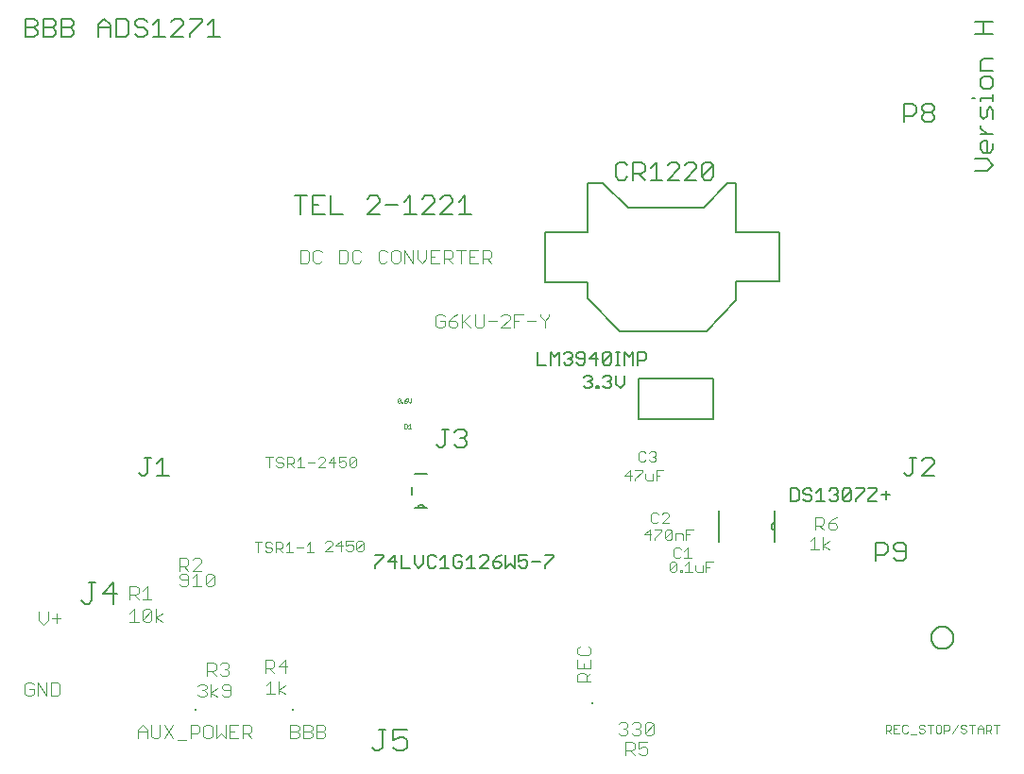
<source format=gto>
G75*
%MOIN*%
%OFA0B0*%
%FSLAX25Y25*%
%IPPOS*%
%LPD*%
%AMOC8*
5,1,8,0,0,1.08239X$1,22.5*
%
%ADD10C,0.00600*%
%ADD11C,0.00400*%
%ADD12C,0.00500*%
%ADD13C,0.00300*%
%ADD14R,0.00787X0.00787*%
%ADD15C,0.00800*%
%ADD16C,0.00100*%
D10*
X0063168Y0119600D02*
X0064235Y0119600D01*
X0065303Y0120668D01*
X0065303Y0126005D01*
X0066370Y0126005D02*
X0064235Y0126005D01*
X0068545Y0123870D02*
X0070681Y0126005D01*
X0070681Y0119600D01*
X0072816Y0119600D02*
X0068545Y0119600D01*
X0063168Y0119600D02*
X0062100Y0120668D01*
X0158500Y0115600D02*
X0158500Y0113000D01*
X0159600Y0108200D02*
X0160600Y0108200D01*
X0163000Y0108200D01*
X0164000Y0108200D01*
X0163000Y0108200D02*
X0162998Y0108269D01*
X0162992Y0108337D01*
X0162982Y0108405D01*
X0162969Y0108472D01*
X0162951Y0108538D01*
X0162930Y0108603D01*
X0162905Y0108667D01*
X0162877Y0108729D01*
X0162845Y0108790D01*
X0162810Y0108849D01*
X0162771Y0108905D01*
X0162729Y0108960D01*
X0162684Y0109011D01*
X0162636Y0109061D01*
X0162586Y0109107D01*
X0162533Y0109150D01*
X0162477Y0109191D01*
X0162420Y0109228D01*
X0162360Y0109261D01*
X0162298Y0109292D01*
X0162235Y0109318D01*
X0162171Y0109341D01*
X0162105Y0109361D01*
X0162038Y0109376D01*
X0161971Y0109388D01*
X0161903Y0109396D01*
X0161834Y0109400D01*
X0161766Y0109400D01*
X0161697Y0109396D01*
X0161629Y0109388D01*
X0161562Y0109376D01*
X0161495Y0109361D01*
X0161429Y0109341D01*
X0161365Y0109318D01*
X0161302Y0109292D01*
X0161240Y0109261D01*
X0161180Y0109228D01*
X0161123Y0109191D01*
X0161067Y0109150D01*
X0161014Y0109107D01*
X0160964Y0109061D01*
X0160916Y0109011D01*
X0160871Y0108960D01*
X0160829Y0108905D01*
X0160790Y0108849D01*
X0160755Y0108790D01*
X0160723Y0108729D01*
X0160695Y0108667D01*
X0160670Y0108603D01*
X0160649Y0108538D01*
X0160631Y0108472D01*
X0160618Y0108405D01*
X0160608Y0108337D01*
X0160602Y0108269D01*
X0160600Y0108200D01*
X0159600Y0120400D02*
X0164000Y0120400D01*
X0168168Y0129600D02*
X0169235Y0129600D01*
X0170303Y0130668D01*
X0170303Y0136005D01*
X0171370Y0136005D02*
X0169235Y0136005D01*
X0173545Y0134938D02*
X0174613Y0136005D01*
X0176748Y0136005D01*
X0177816Y0134938D01*
X0177816Y0133870D01*
X0176748Y0132803D01*
X0177816Y0131735D01*
X0177816Y0130668D01*
X0176748Y0129600D01*
X0174613Y0129600D01*
X0173545Y0130668D01*
X0175681Y0132803D02*
X0176748Y0132803D01*
X0168168Y0129600D02*
X0167100Y0130668D01*
X0238600Y0139500D02*
X0265000Y0139500D01*
X0265000Y0154100D01*
X0238600Y0154100D01*
X0238600Y0139500D01*
X0267000Y0107300D02*
X0267000Y0096300D01*
X0286600Y0096300D02*
X0286600Y0100600D01*
X0286600Y0103000D01*
X0286600Y0107300D01*
X0286600Y0103000D02*
X0286531Y0102998D01*
X0286463Y0102992D01*
X0286395Y0102982D01*
X0286328Y0102969D01*
X0286262Y0102951D01*
X0286197Y0102930D01*
X0286133Y0102905D01*
X0286071Y0102877D01*
X0286010Y0102845D01*
X0285951Y0102810D01*
X0285895Y0102771D01*
X0285840Y0102729D01*
X0285789Y0102684D01*
X0285739Y0102636D01*
X0285693Y0102586D01*
X0285650Y0102533D01*
X0285609Y0102477D01*
X0285572Y0102420D01*
X0285539Y0102360D01*
X0285508Y0102298D01*
X0285482Y0102235D01*
X0285459Y0102171D01*
X0285439Y0102105D01*
X0285424Y0102038D01*
X0285412Y0101971D01*
X0285404Y0101903D01*
X0285400Y0101834D01*
X0285400Y0101766D01*
X0285404Y0101697D01*
X0285412Y0101629D01*
X0285424Y0101562D01*
X0285439Y0101495D01*
X0285459Y0101429D01*
X0285482Y0101365D01*
X0285508Y0101302D01*
X0285539Y0101240D01*
X0285572Y0101180D01*
X0285609Y0101123D01*
X0285650Y0101067D01*
X0285693Y0101014D01*
X0285739Y0100964D01*
X0285789Y0100916D01*
X0285840Y0100871D01*
X0285895Y0100829D01*
X0285951Y0100790D01*
X0286010Y0100755D01*
X0286071Y0100723D01*
X0286133Y0100695D01*
X0286197Y0100670D01*
X0286262Y0100649D01*
X0286328Y0100631D01*
X0286395Y0100618D01*
X0286463Y0100608D01*
X0286531Y0100602D01*
X0286600Y0100600D01*
X0322100Y0096005D02*
X0322100Y0089600D01*
X0322100Y0091735D02*
X0325303Y0091735D01*
X0326370Y0092803D01*
X0326370Y0094938D01*
X0325303Y0096005D01*
X0322100Y0096005D01*
X0328545Y0094938D02*
X0328545Y0093870D01*
X0329613Y0092803D01*
X0332816Y0092803D01*
X0332816Y0094938D02*
X0331748Y0096005D01*
X0329613Y0096005D01*
X0328545Y0094938D01*
X0328545Y0090668D02*
X0329613Y0089600D01*
X0331748Y0089600D01*
X0332816Y0090668D01*
X0332816Y0094938D01*
X0333168Y0119600D02*
X0334235Y0119600D01*
X0335303Y0120668D01*
X0335303Y0126005D01*
X0336370Y0126005D02*
X0334235Y0126005D01*
X0338545Y0124938D02*
X0339613Y0126005D01*
X0341748Y0126005D01*
X0342816Y0124938D01*
X0342816Y0123870D01*
X0338545Y0119600D01*
X0342816Y0119600D01*
X0333168Y0119600D02*
X0332100Y0120668D01*
X0357095Y0227313D02*
X0361365Y0227313D01*
X0363500Y0229448D01*
X0361365Y0231583D01*
X0357095Y0231583D01*
X0360297Y0233759D02*
X0359230Y0234826D01*
X0359230Y0236961D01*
X0360297Y0238029D01*
X0361365Y0238029D01*
X0361365Y0233759D01*
X0362432Y0233759D02*
X0360297Y0233759D01*
X0362432Y0233759D02*
X0363500Y0234826D01*
X0363500Y0236961D01*
X0363500Y0240204D02*
X0359230Y0240204D01*
X0361365Y0240204D02*
X0359230Y0242339D01*
X0359230Y0243407D01*
X0360297Y0245575D02*
X0359230Y0246643D01*
X0359230Y0249846D01*
X0359230Y0252021D02*
X0359230Y0253088D01*
X0363500Y0253088D01*
X0363500Y0252021D02*
X0363500Y0254156D01*
X0362432Y0256318D02*
X0360297Y0256318D01*
X0359230Y0257385D01*
X0359230Y0259521D01*
X0360297Y0260588D01*
X0362432Y0260588D01*
X0363500Y0259521D01*
X0363500Y0257385D01*
X0362432Y0256318D01*
X0357095Y0253088D02*
X0356027Y0253088D01*
X0361365Y0248778D02*
X0361365Y0246643D01*
X0360297Y0245575D01*
X0363500Y0245575D02*
X0363500Y0248778D01*
X0362432Y0249846D01*
X0361365Y0248778D01*
X0342816Y0248870D02*
X0341748Y0247803D01*
X0339613Y0247803D01*
X0338545Y0248870D01*
X0338545Y0249938D01*
X0339613Y0251005D01*
X0341748Y0251005D01*
X0342816Y0249938D01*
X0342816Y0248870D01*
X0341748Y0247803D02*
X0342816Y0246735D01*
X0342816Y0245668D01*
X0341748Y0244600D01*
X0339613Y0244600D01*
X0338545Y0245668D01*
X0338545Y0246735D01*
X0339613Y0247803D01*
X0336370Y0247803D02*
X0335303Y0246735D01*
X0332100Y0246735D01*
X0332100Y0244600D02*
X0332100Y0251005D01*
X0335303Y0251005D01*
X0336370Y0249938D01*
X0336370Y0247803D01*
X0359230Y0262763D02*
X0359230Y0265966D01*
X0360297Y0267034D01*
X0363500Y0267034D01*
X0363500Y0262763D02*
X0359230Y0262763D01*
X0360297Y0275654D02*
X0360297Y0279925D01*
X0357095Y0279925D02*
X0363500Y0279925D01*
X0363500Y0275654D02*
X0357095Y0275654D01*
X0179380Y0212100D02*
X0175109Y0212100D01*
X0177245Y0212100D02*
X0177245Y0218505D01*
X0175109Y0216370D01*
X0172934Y0216370D02*
X0172934Y0217438D01*
X0171867Y0218505D01*
X0169732Y0218505D01*
X0168664Y0217438D01*
X0166489Y0217438D02*
X0165421Y0218505D01*
X0163286Y0218505D01*
X0162218Y0217438D01*
X0166489Y0217438D02*
X0166489Y0216370D01*
X0162218Y0212100D01*
X0166489Y0212100D01*
X0168664Y0212100D02*
X0172934Y0216370D01*
X0172934Y0212100D02*
X0168664Y0212100D01*
X0160043Y0212100D02*
X0155773Y0212100D01*
X0157908Y0212100D02*
X0157908Y0218505D01*
X0155773Y0216370D01*
X0153598Y0215303D02*
X0149327Y0215303D01*
X0147152Y0216370D02*
X0147152Y0217438D01*
X0146085Y0218505D01*
X0143950Y0218505D01*
X0142882Y0217438D01*
X0147152Y0216370D02*
X0142882Y0212100D01*
X0147152Y0212100D01*
X0134261Y0212100D02*
X0129991Y0212100D01*
X0129991Y0218505D01*
X0127816Y0218505D02*
X0123545Y0218505D01*
X0123545Y0212100D01*
X0127816Y0212100D01*
X0125681Y0215303D02*
X0123545Y0215303D01*
X0121370Y0218505D02*
X0117100Y0218505D01*
X0119235Y0218505D02*
X0119235Y0212100D01*
X0090825Y0274600D02*
X0086555Y0274600D01*
X0088690Y0274600D02*
X0088690Y0281005D01*
X0086555Y0278870D01*
X0084380Y0279938D02*
X0084380Y0281005D01*
X0080109Y0281005D01*
X0077934Y0279938D02*
X0076867Y0281005D01*
X0074732Y0281005D01*
X0073664Y0279938D01*
X0069354Y0281005D02*
X0069354Y0274600D01*
X0071489Y0274600D02*
X0067218Y0274600D01*
X0065043Y0275668D02*
X0063976Y0274600D01*
X0061841Y0274600D01*
X0060773Y0275668D01*
X0058598Y0275668D02*
X0058598Y0279938D01*
X0057530Y0281005D01*
X0054327Y0281005D01*
X0054327Y0274600D01*
X0057530Y0274600D01*
X0058598Y0275668D01*
X0060773Y0278870D02*
X0061841Y0277803D01*
X0063976Y0277803D01*
X0065043Y0276735D01*
X0065043Y0275668D01*
X0067218Y0278870D02*
X0069354Y0281005D01*
X0065043Y0279938D02*
X0063976Y0281005D01*
X0061841Y0281005D01*
X0060773Y0279938D01*
X0060773Y0278870D01*
X0052152Y0278870D02*
X0052152Y0274600D01*
X0047882Y0274600D02*
X0047882Y0278870D01*
X0050017Y0281005D01*
X0052152Y0278870D01*
X0052152Y0277803D02*
X0047882Y0277803D01*
X0039261Y0278870D02*
X0038194Y0277803D01*
X0034991Y0277803D01*
X0032816Y0278870D02*
X0031748Y0277803D01*
X0028545Y0277803D01*
X0026370Y0278870D02*
X0025303Y0277803D01*
X0022100Y0277803D01*
X0022100Y0281005D02*
X0025303Y0281005D01*
X0026370Y0279938D01*
X0026370Y0278870D01*
X0025303Y0277803D02*
X0026370Y0276735D01*
X0026370Y0275668D01*
X0025303Y0274600D01*
X0022100Y0274600D01*
X0022100Y0281005D01*
X0028545Y0281005D02*
X0031748Y0281005D01*
X0032816Y0279938D01*
X0032816Y0278870D01*
X0031748Y0277803D02*
X0032816Y0276735D01*
X0032816Y0275668D01*
X0031748Y0274600D01*
X0028545Y0274600D01*
X0028545Y0281005D01*
X0034991Y0281005D02*
X0038194Y0281005D01*
X0039261Y0279938D01*
X0039261Y0278870D01*
X0038194Y0277803D02*
X0039261Y0276735D01*
X0039261Y0275668D01*
X0038194Y0274600D01*
X0034991Y0274600D01*
X0034991Y0281005D01*
X0073664Y0274600D02*
X0077934Y0278870D01*
X0077934Y0279938D01*
X0080109Y0275668D02*
X0080109Y0274600D01*
X0080109Y0275668D02*
X0084380Y0279938D01*
X0077934Y0274600D02*
X0073664Y0274600D01*
D11*
X0024302Y0042000D02*
X0022767Y0042000D01*
X0022000Y0042767D01*
X0022000Y0045837D01*
X0022767Y0046604D01*
X0024302Y0046604D01*
X0025069Y0045837D01*
X0025069Y0044302D02*
X0023535Y0044302D01*
X0025069Y0044302D02*
X0025069Y0042767D01*
X0024302Y0042000D01*
X0026604Y0042000D02*
X0026604Y0046604D01*
X0029673Y0042000D01*
X0029673Y0046604D01*
X0031208Y0046604D02*
X0033510Y0046604D01*
X0034277Y0045837D01*
X0034277Y0042767D01*
X0033510Y0042000D01*
X0031208Y0042000D01*
X0031208Y0046604D01*
X0028535Y0067000D02*
X0030069Y0068535D01*
X0030069Y0071604D01*
X0031604Y0069302D02*
X0034673Y0069302D01*
X0033139Y0070837D02*
X0033139Y0067767D01*
X0028535Y0067000D02*
X0027000Y0068535D01*
X0027000Y0071604D01*
X0059000Y0071069D02*
X0060535Y0072604D01*
X0060535Y0068000D01*
X0062069Y0068000D02*
X0059000Y0068000D01*
X0063604Y0068767D02*
X0063604Y0071837D01*
X0064371Y0072604D01*
X0065906Y0072604D01*
X0066673Y0071837D01*
X0063604Y0068767D01*
X0064371Y0068000D01*
X0065906Y0068000D01*
X0066673Y0068767D01*
X0066673Y0071837D01*
X0068208Y0072604D02*
X0068208Y0068000D01*
X0068208Y0069535D02*
X0070510Y0071069D01*
X0068208Y0069535D02*
X0070510Y0068000D01*
X0066673Y0076000D02*
X0063604Y0076000D01*
X0065139Y0076000D02*
X0065139Y0080604D01*
X0063604Y0079069D01*
X0062069Y0078302D02*
X0061302Y0077535D01*
X0059000Y0077535D01*
X0060535Y0077535D02*
X0062069Y0076000D01*
X0062069Y0078302D02*
X0062069Y0079837D01*
X0061302Y0080604D01*
X0059000Y0080604D01*
X0059000Y0076000D01*
X0076500Y0081267D02*
X0077267Y0080500D01*
X0078802Y0080500D01*
X0079569Y0081267D01*
X0079569Y0084337D01*
X0078802Y0085104D01*
X0077267Y0085104D01*
X0076500Y0084337D01*
X0076500Y0083569D01*
X0077267Y0082802D01*
X0079569Y0082802D01*
X0081104Y0083569D02*
X0082639Y0085104D01*
X0082639Y0080500D01*
X0084173Y0080500D02*
X0081104Y0080500D01*
X0081104Y0086000D02*
X0084173Y0089069D01*
X0084173Y0089837D01*
X0083406Y0090604D01*
X0081871Y0090604D01*
X0081104Y0089837D01*
X0079569Y0089837D02*
X0079569Y0088302D01*
X0078802Y0087535D01*
X0076500Y0087535D01*
X0078035Y0087535D02*
X0079569Y0086000D01*
X0081104Y0086000D02*
X0084173Y0086000D01*
X0085708Y0084337D02*
X0085708Y0081267D01*
X0088777Y0084337D01*
X0088777Y0081267D01*
X0088010Y0080500D01*
X0086475Y0080500D01*
X0085708Y0081267D01*
X0085708Y0084337D02*
X0086475Y0085104D01*
X0088010Y0085104D01*
X0088777Y0084337D01*
X0079569Y0089837D02*
X0078802Y0090604D01*
X0076500Y0090604D01*
X0076500Y0086000D01*
X0086292Y0053604D02*
X0088594Y0053604D01*
X0089361Y0052837D01*
X0089361Y0051302D01*
X0088594Y0050535D01*
X0086292Y0050535D01*
X0087827Y0050535D02*
X0089361Y0049000D01*
X0090896Y0049767D02*
X0091663Y0049000D01*
X0093198Y0049000D01*
X0093965Y0049767D01*
X0093965Y0050535D01*
X0093198Y0051302D01*
X0092431Y0051302D01*
X0093198Y0051302D02*
X0093965Y0052069D01*
X0093965Y0052837D01*
X0093198Y0053604D01*
X0091663Y0053604D01*
X0090896Y0052837D01*
X0086292Y0053604D02*
X0086292Y0049000D01*
X0085257Y0046104D02*
X0086025Y0045337D01*
X0086025Y0044569D01*
X0085257Y0043802D01*
X0086025Y0043035D01*
X0086025Y0042267D01*
X0085257Y0041500D01*
X0083723Y0041500D01*
X0082956Y0042267D01*
X0084490Y0043802D02*
X0085257Y0043802D01*
X0085257Y0046104D02*
X0083723Y0046104D01*
X0082956Y0045337D01*
X0087559Y0046104D02*
X0087559Y0041500D01*
X0087559Y0043035D02*
X0089861Y0044569D01*
X0091396Y0044569D02*
X0092163Y0043802D01*
X0094465Y0043802D01*
X0094465Y0045337D02*
X0093698Y0046104D01*
X0092163Y0046104D01*
X0091396Y0045337D01*
X0091396Y0044569D01*
X0091396Y0042267D02*
X0092163Y0041500D01*
X0093698Y0041500D01*
X0094465Y0042267D01*
X0094465Y0045337D01*
X0089861Y0041500D02*
X0087559Y0043035D01*
X0087322Y0031604D02*
X0088089Y0030837D01*
X0088089Y0027767D01*
X0087322Y0027000D01*
X0085787Y0027000D01*
X0085020Y0027767D01*
X0085020Y0030837D01*
X0085787Y0031604D01*
X0087322Y0031604D01*
X0089624Y0031604D02*
X0089624Y0027000D01*
X0091158Y0028535D01*
X0092693Y0027000D01*
X0092693Y0031604D01*
X0094227Y0031604D02*
X0094227Y0027000D01*
X0097297Y0027000D01*
X0098831Y0027000D02*
X0098831Y0031604D01*
X0101133Y0031604D01*
X0101901Y0030837D01*
X0101901Y0029302D01*
X0101133Y0028535D01*
X0098831Y0028535D01*
X0100366Y0028535D02*
X0101901Y0027000D01*
X0097297Y0031604D02*
X0094227Y0031604D01*
X0094227Y0029302D02*
X0095762Y0029302D01*
X0083485Y0029302D02*
X0082718Y0028535D01*
X0080416Y0028535D01*
X0080416Y0027000D02*
X0080416Y0031604D01*
X0082718Y0031604D01*
X0083485Y0030837D01*
X0083485Y0029302D01*
X0078881Y0026233D02*
X0075812Y0026233D01*
X0074277Y0027000D02*
X0071208Y0031604D01*
X0069673Y0031604D02*
X0069673Y0027767D01*
X0068906Y0027000D01*
X0067371Y0027000D01*
X0066604Y0027767D01*
X0066604Y0031604D01*
X0065069Y0030069D02*
X0065069Y0027000D01*
X0065069Y0029302D02*
X0062000Y0029302D01*
X0062000Y0030069D02*
X0063535Y0031604D01*
X0065069Y0030069D01*
X0062000Y0030069D02*
X0062000Y0027000D01*
X0071208Y0027000D02*
X0074277Y0031604D01*
X0107059Y0042500D02*
X0110129Y0042500D01*
X0111663Y0042500D02*
X0111663Y0047104D01*
X0113965Y0045569D02*
X0111663Y0044035D01*
X0113965Y0042500D01*
X0108594Y0042500D02*
X0108594Y0047104D01*
X0107059Y0045569D01*
X0106792Y0050000D02*
X0106792Y0054604D01*
X0109094Y0054604D01*
X0109861Y0053837D01*
X0109861Y0052302D01*
X0109094Y0051535D01*
X0106792Y0051535D01*
X0108327Y0051535D02*
X0109861Y0050000D01*
X0111396Y0052302D02*
X0114465Y0052302D01*
X0113698Y0050000D02*
X0113698Y0054604D01*
X0111396Y0052302D01*
X0115688Y0031604D02*
X0117990Y0031604D01*
X0118757Y0030837D01*
X0118757Y0030069D01*
X0117990Y0029302D01*
X0115688Y0029302D01*
X0115688Y0027000D02*
X0115688Y0031604D01*
X0117990Y0029302D02*
X0118757Y0028535D01*
X0118757Y0027767D01*
X0117990Y0027000D01*
X0115688Y0027000D01*
X0120292Y0027000D02*
X0122594Y0027000D01*
X0123361Y0027767D01*
X0123361Y0028535D01*
X0122594Y0029302D01*
X0120292Y0029302D01*
X0120292Y0027000D02*
X0120292Y0031604D01*
X0122594Y0031604D01*
X0123361Y0030837D01*
X0123361Y0030069D01*
X0122594Y0029302D01*
X0124896Y0029302D02*
X0127198Y0029302D01*
X0127965Y0028535D01*
X0127965Y0027767D01*
X0127198Y0027000D01*
X0124896Y0027000D01*
X0124896Y0031604D01*
X0127198Y0031604D01*
X0127965Y0030837D01*
X0127965Y0030069D01*
X0127198Y0029302D01*
X0216996Y0047000D02*
X0216996Y0049302D01*
X0217763Y0050069D01*
X0219298Y0050069D01*
X0220065Y0049302D01*
X0220065Y0047000D01*
X0220065Y0048535D02*
X0221600Y0050069D01*
X0221600Y0051604D02*
X0221600Y0054673D01*
X0220833Y0056208D02*
X0221600Y0056975D01*
X0221600Y0058510D01*
X0220833Y0059277D01*
X0220833Y0056208D02*
X0217763Y0056208D01*
X0216996Y0056975D01*
X0216996Y0058510D01*
X0217763Y0059277D01*
X0216996Y0054673D02*
X0216996Y0051604D01*
X0221600Y0051604D01*
X0219298Y0051604D02*
X0219298Y0053139D01*
X0221600Y0047000D02*
X0216996Y0047000D01*
X0231500Y0031837D02*
X0232267Y0032604D01*
X0233802Y0032604D01*
X0234569Y0031837D01*
X0234569Y0031069D01*
X0233802Y0030302D01*
X0234569Y0029535D01*
X0234569Y0028767D01*
X0233802Y0028000D01*
X0232267Y0028000D01*
X0231500Y0028767D01*
X0233035Y0030302D02*
X0233802Y0030302D01*
X0236104Y0031837D02*
X0236871Y0032604D01*
X0238406Y0032604D01*
X0239173Y0031837D01*
X0239173Y0031069D01*
X0238406Y0030302D01*
X0239173Y0029535D01*
X0239173Y0028767D01*
X0238406Y0028000D01*
X0236871Y0028000D01*
X0236104Y0028767D01*
X0237639Y0030302D02*
X0238406Y0030302D01*
X0240708Y0028767D02*
X0240708Y0031837D01*
X0241475Y0032604D01*
X0243010Y0032604D01*
X0243777Y0031837D01*
X0240708Y0028767D01*
X0241475Y0028000D01*
X0243010Y0028000D01*
X0243777Y0028767D01*
X0243777Y0031837D01*
X0241673Y0025604D02*
X0238604Y0025604D01*
X0238604Y0023302D01*
X0240139Y0024069D01*
X0240906Y0024069D01*
X0241673Y0023302D01*
X0241673Y0021767D01*
X0240906Y0021000D01*
X0239371Y0021000D01*
X0238604Y0021767D01*
X0237069Y0021000D02*
X0235535Y0022535D01*
X0236302Y0022535D02*
X0234000Y0022535D01*
X0234000Y0021000D02*
X0234000Y0025604D01*
X0236302Y0025604D01*
X0237069Y0024837D01*
X0237069Y0023302D01*
X0236302Y0022535D01*
X0299059Y0093500D02*
X0302129Y0093500D01*
X0303663Y0093500D02*
X0303663Y0098104D01*
X0303861Y0100500D02*
X0302327Y0102035D01*
X0303094Y0102035D02*
X0300792Y0102035D01*
X0300792Y0100500D02*
X0300792Y0105104D01*
X0303094Y0105104D01*
X0303861Y0104337D01*
X0303861Y0102802D01*
X0303094Y0102035D01*
X0305396Y0102802D02*
X0305396Y0101267D01*
X0306163Y0100500D01*
X0307698Y0100500D01*
X0308465Y0101267D01*
X0308465Y0102035D01*
X0307698Y0102802D01*
X0305396Y0102802D01*
X0306931Y0104337D01*
X0308465Y0105104D01*
X0305965Y0096569D02*
X0303663Y0095035D01*
X0305965Y0093500D01*
X0300594Y0093500D02*
X0300594Y0098104D01*
X0299059Y0096569D01*
X0205366Y0172000D02*
X0205366Y0174302D01*
X0206901Y0175837D01*
X0206901Y0176604D01*
X0205366Y0174302D02*
X0203831Y0175837D01*
X0203831Y0176604D01*
X0202297Y0174302D02*
X0199227Y0174302D01*
X0197693Y0176604D02*
X0194624Y0176604D01*
X0194624Y0172000D01*
X0193089Y0172000D02*
X0190020Y0172000D01*
X0193089Y0175069D01*
X0193089Y0175837D01*
X0192322Y0176604D01*
X0190787Y0176604D01*
X0190020Y0175837D01*
X0188485Y0174302D02*
X0185416Y0174302D01*
X0183881Y0172767D02*
X0183881Y0176604D01*
X0180812Y0176604D02*
X0180812Y0172767D01*
X0181579Y0172000D01*
X0183114Y0172000D01*
X0183881Y0172767D01*
X0179277Y0172000D02*
X0176975Y0174302D01*
X0176208Y0173535D02*
X0179277Y0176604D01*
X0176208Y0176604D02*
X0176208Y0172000D01*
X0174673Y0172767D02*
X0174673Y0173535D01*
X0173906Y0174302D01*
X0171604Y0174302D01*
X0171604Y0172767D01*
X0172371Y0172000D01*
X0173906Y0172000D01*
X0174673Y0172767D01*
X0173139Y0175837D02*
X0171604Y0174302D01*
X0170069Y0174302D02*
X0170069Y0172767D01*
X0169302Y0172000D01*
X0167767Y0172000D01*
X0167000Y0172767D01*
X0167000Y0175837D01*
X0167767Y0176604D01*
X0169302Y0176604D01*
X0170069Y0175837D01*
X0170069Y0174302D02*
X0168535Y0174302D01*
X0173139Y0175837D02*
X0174673Y0176604D01*
X0175864Y0194756D02*
X0175864Y0199360D01*
X0174330Y0199360D02*
X0177399Y0199360D01*
X0178934Y0199360D02*
X0178934Y0194756D01*
X0182003Y0194756D01*
X0183538Y0194756D02*
X0183538Y0199360D01*
X0185840Y0199360D01*
X0186607Y0198593D01*
X0186607Y0197058D01*
X0185840Y0196291D01*
X0183538Y0196291D01*
X0185072Y0196291D02*
X0186607Y0194756D01*
X0182003Y0199360D02*
X0178934Y0199360D01*
X0178934Y0197058D02*
X0180468Y0197058D01*
X0172795Y0197058D02*
X0172028Y0196291D01*
X0169726Y0196291D01*
X0171261Y0196291D02*
X0172795Y0194756D01*
X0172795Y0197058D02*
X0172795Y0198593D01*
X0172028Y0199360D01*
X0169726Y0199360D01*
X0169726Y0194756D01*
X0168191Y0194756D02*
X0165122Y0194756D01*
X0165122Y0199360D01*
X0168191Y0199360D01*
X0166657Y0197058D02*
X0165122Y0197058D01*
X0163587Y0196291D02*
X0163587Y0199360D01*
X0160518Y0199360D02*
X0160518Y0196291D01*
X0162053Y0194756D01*
X0163587Y0196291D01*
X0158983Y0194756D02*
X0158983Y0199360D01*
X0155914Y0199360D02*
X0158983Y0194756D01*
X0155914Y0194756D02*
X0155914Y0199360D01*
X0154379Y0198593D02*
X0154379Y0195523D01*
X0153612Y0194756D01*
X0152077Y0194756D01*
X0151310Y0195523D01*
X0151310Y0198593D01*
X0152077Y0199360D01*
X0153612Y0199360D01*
X0154379Y0198593D01*
X0149776Y0198593D02*
X0149008Y0199360D01*
X0147474Y0199360D01*
X0146706Y0198593D01*
X0146706Y0195523D01*
X0147474Y0194756D01*
X0149008Y0194756D01*
X0149776Y0195523D01*
X0140568Y0195523D02*
X0139800Y0194756D01*
X0138266Y0194756D01*
X0137498Y0195523D01*
X0137498Y0198593D01*
X0138266Y0199360D01*
X0139800Y0199360D01*
X0140568Y0198593D01*
X0135964Y0198593D02*
X0135964Y0195523D01*
X0135196Y0194756D01*
X0132894Y0194756D01*
X0132894Y0199360D01*
X0135196Y0199360D01*
X0135964Y0198593D01*
X0126756Y0198593D02*
X0125989Y0199360D01*
X0124454Y0199360D01*
X0123687Y0198593D01*
X0123687Y0195523D01*
X0124454Y0194756D01*
X0125989Y0194756D01*
X0126756Y0195523D01*
X0122152Y0195523D02*
X0122152Y0198593D01*
X0121385Y0199360D01*
X0119083Y0199360D01*
X0119083Y0194756D01*
X0121385Y0194756D01*
X0122152Y0195523D01*
X0194624Y0174302D02*
X0196158Y0174302D01*
D12*
X0202850Y0163254D02*
X0202850Y0158750D01*
X0205853Y0158750D01*
X0207454Y0158750D02*
X0207454Y0163254D01*
X0208955Y0161753D01*
X0210456Y0163254D01*
X0210456Y0158750D01*
X0212058Y0159501D02*
X0212808Y0158750D01*
X0214310Y0158750D01*
X0215060Y0159501D01*
X0215060Y0160251D01*
X0214310Y0161002D01*
X0213559Y0161002D01*
X0214310Y0161002D02*
X0215060Y0161753D01*
X0215060Y0162503D01*
X0214310Y0163254D01*
X0212808Y0163254D01*
X0212058Y0162503D01*
X0216662Y0162503D02*
X0216662Y0161753D01*
X0217412Y0161002D01*
X0219664Y0161002D01*
X0219664Y0162503D02*
X0218914Y0163254D01*
X0217412Y0163254D01*
X0216662Y0162503D01*
X0219664Y0162503D02*
X0219664Y0159501D01*
X0218914Y0158750D01*
X0217412Y0158750D01*
X0216662Y0159501D01*
X0221266Y0161002D02*
X0224268Y0161002D01*
X0225870Y0159501D02*
X0225870Y0162503D01*
X0226620Y0163254D01*
X0228122Y0163254D01*
X0228872Y0162503D01*
X0225870Y0159501D01*
X0226620Y0158750D01*
X0228122Y0158750D01*
X0228872Y0159501D01*
X0228872Y0162503D01*
X0230474Y0163254D02*
X0231975Y0163254D01*
X0231224Y0163254D02*
X0231224Y0158750D01*
X0230474Y0158750D02*
X0231975Y0158750D01*
X0233543Y0158750D02*
X0233543Y0163254D01*
X0235044Y0161753D01*
X0236545Y0163254D01*
X0236545Y0158750D01*
X0238147Y0158750D02*
X0238147Y0163254D01*
X0240399Y0163254D01*
X0241149Y0162503D01*
X0241149Y0161002D01*
X0240399Y0160251D01*
X0238147Y0160251D01*
X0233562Y0155054D02*
X0233562Y0152051D01*
X0232061Y0150550D01*
X0230560Y0152051D01*
X0230560Y0155054D01*
X0228958Y0154303D02*
X0228958Y0153553D01*
X0228208Y0152802D01*
X0228958Y0152051D01*
X0228958Y0151301D01*
X0228208Y0150550D01*
X0226707Y0150550D01*
X0225956Y0151301D01*
X0224405Y0151301D02*
X0224405Y0150550D01*
X0223654Y0150550D01*
X0223654Y0151301D01*
X0224405Y0151301D01*
X0222053Y0151301D02*
X0221302Y0150550D01*
X0219801Y0150550D01*
X0219050Y0151301D01*
X0220551Y0152802D02*
X0221302Y0152802D01*
X0222053Y0152051D01*
X0222053Y0151301D01*
X0221302Y0152802D02*
X0222053Y0153553D01*
X0222053Y0154303D01*
X0221302Y0155054D01*
X0219801Y0155054D01*
X0219050Y0154303D01*
X0223518Y0158750D02*
X0223518Y0163254D01*
X0221266Y0161002D01*
X0226707Y0155054D02*
X0228208Y0155054D01*
X0228958Y0154303D01*
X0228208Y0152802D02*
X0227457Y0152802D01*
X0225956Y0154303D02*
X0226707Y0155054D01*
X0231737Y0170580D02*
X0262469Y0170580D01*
X0273020Y0181737D01*
X0273020Y0188237D01*
X0288040Y0188237D01*
X0288040Y0205757D01*
X0273020Y0205757D01*
X0273020Y0222989D01*
X0269800Y0222989D01*
X0261375Y0214139D01*
X0234800Y0214139D01*
X0225800Y0222989D01*
X0220580Y0222989D01*
X0220580Y0205757D01*
X0205560Y0205757D01*
X0205560Y0187843D01*
X0220580Y0187843D01*
X0220580Y0182343D01*
X0231737Y0170580D01*
X0231568Y0224105D02*
X0233603Y0224105D01*
X0234620Y0225123D01*
X0236627Y0226140D02*
X0239680Y0226140D01*
X0240697Y0227158D01*
X0240697Y0229193D01*
X0239680Y0230210D01*
X0236627Y0230210D01*
X0236627Y0224105D01*
X0238662Y0226140D02*
X0240697Y0224105D01*
X0242704Y0224105D02*
X0246775Y0224105D01*
X0248782Y0224105D02*
X0252852Y0228175D01*
X0252852Y0229193D01*
X0251834Y0230210D01*
X0249799Y0230210D01*
X0248782Y0229193D01*
X0254859Y0229193D02*
X0255876Y0230210D01*
X0257911Y0230210D01*
X0258929Y0229193D01*
X0258929Y0228175D01*
X0254859Y0224105D01*
X0258929Y0224105D01*
X0260936Y0225123D02*
X0265006Y0229193D01*
X0265006Y0225123D01*
X0263989Y0224105D01*
X0261953Y0224105D01*
X0260936Y0225123D01*
X0260936Y0229193D01*
X0261953Y0230210D01*
X0263989Y0230210D01*
X0265006Y0229193D01*
X0252852Y0224105D02*
X0248782Y0224105D01*
X0244739Y0224105D02*
X0244739Y0230210D01*
X0242704Y0228175D01*
X0234620Y0229193D02*
X0233603Y0230210D01*
X0231568Y0230210D01*
X0230550Y0229193D01*
X0230550Y0225123D01*
X0231568Y0224105D01*
X0292050Y0115154D02*
X0294302Y0115154D01*
X0295053Y0114403D01*
X0295053Y0111401D01*
X0294302Y0110650D01*
X0292050Y0110650D01*
X0292050Y0115154D01*
X0296654Y0114403D02*
X0296654Y0113653D01*
X0297405Y0112902D01*
X0298906Y0112902D01*
X0299656Y0112151D01*
X0299656Y0111401D01*
X0298906Y0110650D01*
X0297405Y0110650D01*
X0296654Y0111401D01*
X0296654Y0114403D02*
X0297405Y0115154D01*
X0298906Y0115154D01*
X0299656Y0114403D01*
X0301258Y0113653D02*
X0302759Y0115154D01*
X0302759Y0110650D01*
X0301258Y0110650D02*
X0304260Y0110650D01*
X0305862Y0111401D02*
X0306612Y0110650D01*
X0308114Y0110650D01*
X0308864Y0111401D01*
X0308864Y0112151D01*
X0308114Y0112902D01*
X0307363Y0112902D01*
X0308114Y0112902D02*
X0308864Y0113653D01*
X0308864Y0114403D01*
X0308114Y0115154D01*
X0306612Y0115154D01*
X0305862Y0114403D01*
X0310466Y0114403D02*
X0310466Y0111401D01*
X0313468Y0114403D01*
X0313468Y0111401D01*
X0312718Y0110650D01*
X0311216Y0110650D01*
X0310466Y0111401D01*
X0310466Y0114403D02*
X0311216Y0115154D01*
X0312718Y0115154D01*
X0313468Y0114403D01*
X0315070Y0115154D02*
X0318072Y0115154D01*
X0318072Y0114403D01*
X0315070Y0111401D01*
X0315070Y0110650D01*
X0319674Y0110650D02*
X0319674Y0111401D01*
X0322676Y0114403D01*
X0322676Y0115154D01*
X0319674Y0115154D01*
X0324277Y0112902D02*
X0327280Y0112902D01*
X0325779Y0114403D02*
X0325779Y0111401D01*
X0322676Y0110650D02*
X0319674Y0110650D01*
X0341800Y0062443D02*
X0341802Y0062568D01*
X0341808Y0062693D01*
X0341818Y0062817D01*
X0341832Y0062941D01*
X0341849Y0063065D01*
X0341871Y0063188D01*
X0341897Y0063310D01*
X0341926Y0063432D01*
X0341959Y0063552D01*
X0341997Y0063671D01*
X0342037Y0063790D01*
X0342082Y0063906D01*
X0342130Y0064021D01*
X0342182Y0064135D01*
X0342238Y0064247D01*
X0342297Y0064357D01*
X0342359Y0064465D01*
X0342425Y0064572D01*
X0342494Y0064676D01*
X0342567Y0064777D01*
X0342642Y0064877D01*
X0342721Y0064974D01*
X0342803Y0065068D01*
X0342888Y0065160D01*
X0342975Y0065249D01*
X0343066Y0065335D01*
X0343159Y0065418D01*
X0343255Y0065499D01*
X0343353Y0065576D01*
X0343453Y0065650D01*
X0343556Y0065721D01*
X0343661Y0065788D01*
X0343769Y0065853D01*
X0343878Y0065913D01*
X0343989Y0065971D01*
X0344102Y0066024D01*
X0344216Y0066074D01*
X0344332Y0066121D01*
X0344449Y0066163D01*
X0344568Y0066202D01*
X0344688Y0066238D01*
X0344809Y0066269D01*
X0344931Y0066297D01*
X0345053Y0066320D01*
X0345177Y0066340D01*
X0345301Y0066356D01*
X0345425Y0066368D01*
X0345550Y0066376D01*
X0345675Y0066380D01*
X0345799Y0066380D01*
X0345924Y0066376D01*
X0346049Y0066368D01*
X0346173Y0066356D01*
X0346297Y0066340D01*
X0346421Y0066320D01*
X0346543Y0066297D01*
X0346665Y0066269D01*
X0346786Y0066238D01*
X0346906Y0066202D01*
X0347025Y0066163D01*
X0347142Y0066121D01*
X0347258Y0066074D01*
X0347372Y0066024D01*
X0347485Y0065971D01*
X0347596Y0065913D01*
X0347706Y0065853D01*
X0347813Y0065788D01*
X0347918Y0065721D01*
X0348021Y0065650D01*
X0348121Y0065576D01*
X0348219Y0065499D01*
X0348315Y0065418D01*
X0348408Y0065335D01*
X0348499Y0065249D01*
X0348586Y0065160D01*
X0348671Y0065068D01*
X0348753Y0064974D01*
X0348832Y0064877D01*
X0348907Y0064777D01*
X0348980Y0064676D01*
X0349049Y0064572D01*
X0349115Y0064465D01*
X0349177Y0064357D01*
X0349236Y0064247D01*
X0349292Y0064135D01*
X0349344Y0064021D01*
X0349392Y0063906D01*
X0349437Y0063790D01*
X0349477Y0063671D01*
X0349515Y0063552D01*
X0349548Y0063432D01*
X0349577Y0063310D01*
X0349603Y0063188D01*
X0349625Y0063065D01*
X0349642Y0062941D01*
X0349656Y0062817D01*
X0349666Y0062693D01*
X0349672Y0062568D01*
X0349674Y0062443D01*
X0349672Y0062318D01*
X0349666Y0062193D01*
X0349656Y0062069D01*
X0349642Y0061945D01*
X0349625Y0061821D01*
X0349603Y0061698D01*
X0349577Y0061576D01*
X0349548Y0061454D01*
X0349515Y0061334D01*
X0349477Y0061215D01*
X0349437Y0061096D01*
X0349392Y0060980D01*
X0349344Y0060865D01*
X0349292Y0060751D01*
X0349236Y0060639D01*
X0349177Y0060529D01*
X0349115Y0060421D01*
X0349049Y0060314D01*
X0348980Y0060210D01*
X0348907Y0060109D01*
X0348832Y0060009D01*
X0348753Y0059912D01*
X0348671Y0059818D01*
X0348586Y0059726D01*
X0348499Y0059637D01*
X0348408Y0059551D01*
X0348315Y0059468D01*
X0348219Y0059387D01*
X0348121Y0059310D01*
X0348021Y0059236D01*
X0347918Y0059165D01*
X0347813Y0059098D01*
X0347705Y0059033D01*
X0347596Y0058973D01*
X0347485Y0058915D01*
X0347372Y0058862D01*
X0347258Y0058812D01*
X0347142Y0058765D01*
X0347025Y0058723D01*
X0346906Y0058684D01*
X0346786Y0058648D01*
X0346665Y0058617D01*
X0346543Y0058589D01*
X0346421Y0058566D01*
X0346297Y0058546D01*
X0346173Y0058530D01*
X0346049Y0058518D01*
X0345924Y0058510D01*
X0345799Y0058506D01*
X0345675Y0058506D01*
X0345550Y0058510D01*
X0345425Y0058518D01*
X0345301Y0058530D01*
X0345177Y0058546D01*
X0345053Y0058566D01*
X0344931Y0058589D01*
X0344809Y0058617D01*
X0344688Y0058648D01*
X0344568Y0058684D01*
X0344449Y0058723D01*
X0344332Y0058765D01*
X0344216Y0058812D01*
X0344102Y0058862D01*
X0343989Y0058915D01*
X0343878Y0058973D01*
X0343768Y0059033D01*
X0343661Y0059098D01*
X0343556Y0059165D01*
X0343453Y0059236D01*
X0343353Y0059310D01*
X0343255Y0059387D01*
X0343159Y0059468D01*
X0343066Y0059551D01*
X0342975Y0059637D01*
X0342888Y0059726D01*
X0342803Y0059818D01*
X0342721Y0059912D01*
X0342642Y0060009D01*
X0342567Y0060109D01*
X0342494Y0060210D01*
X0342425Y0060314D01*
X0342359Y0060421D01*
X0342297Y0060529D01*
X0342238Y0060639D01*
X0342182Y0060751D01*
X0342130Y0060865D01*
X0342082Y0060980D01*
X0342037Y0061096D01*
X0341997Y0061215D01*
X0341959Y0061334D01*
X0341926Y0061454D01*
X0341897Y0061576D01*
X0341871Y0061698D01*
X0341849Y0061821D01*
X0341832Y0061945D01*
X0341818Y0062069D01*
X0341808Y0062193D01*
X0341802Y0062318D01*
X0341800Y0062443D01*
X0208504Y0090803D02*
X0205501Y0087801D01*
X0205501Y0087050D01*
X0203900Y0089302D02*
X0200897Y0089302D01*
X0199296Y0089302D02*
X0199296Y0087801D01*
X0198545Y0087050D01*
X0197044Y0087050D01*
X0196293Y0087801D01*
X0196293Y0089302D02*
X0197794Y0090053D01*
X0198545Y0090053D01*
X0199296Y0089302D01*
X0199296Y0091554D02*
X0196293Y0091554D01*
X0196293Y0089302D01*
X0194692Y0087050D02*
X0194692Y0091554D01*
X0191689Y0091554D02*
X0191689Y0087050D01*
X0193191Y0088551D01*
X0194692Y0087050D01*
X0190088Y0087801D02*
X0190088Y0088551D01*
X0189337Y0089302D01*
X0187085Y0089302D01*
X0187085Y0087801D01*
X0187836Y0087050D01*
X0189337Y0087050D01*
X0190088Y0087801D01*
X0188587Y0090803D02*
X0187085Y0089302D01*
X0185484Y0090053D02*
X0185484Y0090803D01*
X0184733Y0091554D01*
X0183232Y0091554D01*
X0182481Y0090803D01*
X0185484Y0090053D02*
X0182481Y0087050D01*
X0185484Y0087050D01*
X0180880Y0087050D02*
X0177877Y0087050D01*
X0179379Y0087050D02*
X0179379Y0091554D01*
X0177877Y0090053D01*
X0176276Y0090803D02*
X0175525Y0091554D01*
X0174024Y0091554D01*
X0173274Y0090803D01*
X0173274Y0087801D01*
X0174024Y0087050D01*
X0175525Y0087050D01*
X0176276Y0087801D01*
X0176276Y0089302D01*
X0174775Y0089302D01*
X0171672Y0087050D02*
X0168670Y0087050D01*
X0170171Y0087050D02*
X0170171Y0091554D01*
X0168670Y0090053D01*
X0167068Y0090803D02*
X0166318Y0091554D01*
X0164816Y0091554D01*
X0164066Y0090803D01*
X0164066Y0087801D01*
X0164816Y0087050D01*
X0166318Y0087050D01*
X0167068Y0087801D01*
X0162464Y0088551D02*
X0162464Y0091554D01*
X0159462Y0091554D02*
X0159462Y0088551D01*
X0160963Y0087050D01*
X0162464Y0088551D01*
X0157860Y0087050D02*
X0154858Y0087050D01*
X0154858Y0091554D01*
X0152506Y0091554D02*
X0150254Y0089302D01*
X0153256Y0089302D01*
X0152506Y0087050D02*
X0152506Y0091554D01*
X0148653Y0091554D02*
X0148653Y0090803D01*
X0145650Y0087801D01*
X0145650Y0087050D01*
X0145650Y0091554D02*
X0148653Y0091554D01*
X0188587Y0090803D02*
X0190088Y0091554D01*
X0205501Y0091554D02*
X0208504Y0091554D01*
X0208504Y0090803D01*
D13*
X0240513Y0098821D02*
X0242982Y0098821D01*
X0244196Y0097587D02*
X0244196Y0096970D01*
X0244196Y0097587D02*
X0246665Y0100056D01*
X0246665Y0100673D01*
X0244196Y0100673D01*
X0242365Y0100673D02*
X0240513Y0098821D01*
X0242365Y0096970D02*
X0242365Y0100673D01*
X0243630Y0102895D02*
X0244865Y0102895D01*
X0245482Y0103512D01*
X0246696Y0102895D02*
X0249165Y0105364D01*
X0249165Y0105981D01*
X0248548Y0106598D01*
X0247313Y0106598D01*
X0246696Y0105981D01*
X0245482Y0105981D02*
X0244865Y0106598D01*
X0243630Y0106598D01*
X0243013Y0105981D01*
X0243013Y0103512D01*
X0243630Y0102895D01*
X0246696Y0102895D02*
X0249165Y0102895D01*
X0249731Y0100673D02*
X0248496Y0100673D01*
X0247879Y0100056D01*
X0247879Y0097587D01*
X0250348Y0100056D01*
X0250348Y0097587D01*
X0249731Y0096970D01*
X0248496Y0096970D01*
X0247879Y0097587D01*
X0250348Y0100056D02*
X0249731Y0100673D01*
X0251562Y0099438D02*
X0253414Y0099438D01*
X0254031Y0098821D01*
X0254031Y0096970D01*
X0255246Y0096970D02*
X0255246Y0100673D01*
X0257714Y0100673D01*
X0256480Y0098821D02*
X0255246Y0098821D01*
X0251562Y0099438D02*
X0251562Y0096970D01*
X0251622Y0094216D02*
X0251005Y0093599D01*
X0251005Y0091130D01*
X0251622Y0090513D01*
X0252857Y0090513D01*
X0253474Y0091130D01*
X0254688Y0090513D02*
X0257157Y0090513D01*
X0255923Y0090513D02*
X0255923Y0094216D01*
X0254688Y0092982D01*
X0253474Y0093599D02*
X0252857Y0094216D01*
X0251622Y0094216D01*
X0251282Y0089216D02*
X0251899Y0088599D01*
X0249430Y0086130D01*
X0250048Y0085513D01*
X0251282Y0085513D01*
X0251899Y0086130D01*
X0251899Y0088599D01*
X0251282Y0089216D02*
X0250048Y0089216D01*
X0249430Y0088599D01*
X0249430Y0086130D01*
X0253113Y0086130D02*
X0253731Y0086130D01*
X0253731Y0085513D01*
X0253113Y0085513D01*
X0253113Y0086130D01*
X0254955Y0085513D02*
X0257424Y0085513D01*
X0256189Y0085513D02*
X0256189Y0089216D01*
X0254955Y0087982D01*
X0258638Y0087982D02*
X0258638Y0086130D01*
X0259255Y0085513D01*
X0261107Y0085513D01*
X0261107Y0087982D01*
X0262321Y0087365D02*
X0263556Y0087365D01*
X0264790Y0089216D02*
X0262321Y0089216D01*
X0262321Y0085513D01*
X0244704Y0117930D02*
X0244704Y0121633D01*
X0247173Y0121633D01*
X0245938Y0119782D02*
X0244704Y0119782D01*
X0243489Y0120399D02*
X0243489Y0117930D01*
X0241638Y0117930D01*
X0241021Y0118548D01*
X0241021Y0120399D01*
X0239806Y0121016D02*
X0237338Y0118548D01*
X0237338Y0117930D01*
X0235506Y0117930D02*
X0235506Y0121633D01*
X0233654Y0119782D01*
X0236123Y0119782D01*
X0237338Y0121633D02*
X0239806Y0121633D01*
X0239806Y0121016D01*
X0240372Y0124505D02*
X0240989Y0125122D01*
X0240372Y0124505D02*
X0239138Y0124505D01*
X0238521Y0125122D01*
X0238521Y0127591D01*
X0239138Y0128208D01*
X0240372Y0128208D01*
X0240989Y0127591D01*
X0242204Y0127591D02*
X0242821Y0128208D01*
X0244055Y0128208D01*
X0244673Y0127591D01*
X0244673Y0126974D01*
X0244055Y0126357D01*
X0244673Y0125740D01*
X0244673Y0125122D01*
X0244055Y0124505D01*
X0242821Y0124505D01*
X0242204Y0125122D01*
X0243438Y0126357D02*
X0244055Y0126357D01*
X0141425Y0096036D02*
X0141425Y0093567D01*
X0140807Y0092950D01*
X0139573Y0092950D01*
X0138956Y0093567D01*
X0141425Y0096036D01*
X0140807Y0096653D01*
X0139573Y0096653D01*
X0138956Y0096036D01*
X0138956Y0093567D01*
X0137741Y0093567D02*
X0137124Y0092950D01*
X0135890Y0092950D01*
X0135273Y0093567D01*
X0135273Y0094802D02*
X0136507Y0095419D01*
X0137124Y0095419D01*
X0137741Y0094802D01*
X0137741Y0093567D01*
X0135273Y0094802D02*
X0135273Y0096653D01*
X0137741Y0096653D01*
X0134058Y0094802D02*
X0131590Y0094802D01*
X0133441Y0096653D01*
X0133441Y0092950D01*
X0130375Y0092950D02*
X0127906Y0092950D01*
X0130375Y0095419D01*
X0130375Y0096036D01*
X0129758Y0096653D01*
X0128524Y0096653D01*
X0127906Y0096036D01*
X0122690Y0096279D02*
X0121456Y0095045D01*
X0120241Y0094428D02*
X0117773Y0094428D01*
X0116558Y0092576D02*
X0114090Y0092576D01*
X0112875Y0092576D02*
X0111641Y0093810D01*
X0112258Y0093810D02*
X0110406Y0093810D01*
X0109192Y0093810D02*
X0109192Y0093193D01*
X0108575Y0092576D01*
X0107340Y0092576D01*
X0106723Y0093193D01*
X0107340Y0094428D02*
X0108575Y0094428D01*
X0109192Y0093810D01*
X0110406Y0092576D02*
X0110406Y0096279D01*
X0112258Y0096279D01*
X0112875Y0095662D01*
X0112875Y0094428D01*
X0112258Y0093810D01*
X0114090Y0095045D02*
X0115324Y0096279D01*
X0115324Y0092576D01*
X0109192Y0095662D02*
X0108575Y0096279D01*
X0107340Y0096279D01*
X0106723Y0095662D01*
X0106723Y0095045D01*
X0107340Y0094428D01*
X0105509Y0096279D02*
X0103040Y0096279D01*
X0104274Y0096279D02*
X0104274Y0092576D01*
X0121456Y0092576D02*
X0123925Y0092576D01*
X0122690Y0092576D02*
X0122690Y0096279D01*
X0120509Y0122576D02*
X0118040Y0122576D01*
X0116826Y0122576D02*
X0115591Y0123810D01*
X0116209Y0123810D02*
X0114357Y0123810D01*
X0113143Y0123810D02*
X0113143Y0123193D01*
X0112525Y0122576D01*
X0111291Y0122576D01*
X0110674Y0123193D01*
X0111291Y0124428D02*
X0112525Y0124428D01*
X0113143Y0123810D01*
X0114357Y0122576D02*
X0114357Y0126279D01*
X0116209Y0126279D01*
X0116826Y0125662D01*
X0116826Y0124428D01*
X0116209Y0123810D01*
X0118040Y0125045D02*
X0119274Y0126279D01*
X0119274Y0122576D01*
X0121723Y0124428D02*
X0124192Y0124428D01*
X0125406Y0125662D02*
X0126024Y0126279D01*
X0127258Y0126279D01*
X0127875Y0125662D01*
X0127875Y0125045D01*
X0125406Y0122576D01*
X0127875Y0122576D01*
X0129090Y0124428D02*
X0131558Y0124428D01*
X0132773Y0124428D02*
X0134007Y0125045D01*
X0134624Y0125045D01*
X0135241Y0124428D01*
X0135241Y0123193D01*
X0134624Y0122576D01*
X0133390Y0122576D01*
X0132773Y0123193D01*
X0132773Y0124428D02*
X0132773Y0126279D01*
X0135241Y0126279D01*
X0136456Y0125662D02*
X0136456Y0123193D01*
X0138925Y0125662D01*
X0138925Y0123193D01*
X0138307Y0122576D01*
X0137073Y0122576D01*
X0136456Y0123193D01*
X0136456Y0125662D02*
X0137073Y0126279D01*
X0138307Y0126279D01*
X0138925Y0125662D01*
X0130941Y0126279D02*
X0130941Y0122576D01*
X0129090Y0124428D02*
X0130941Y0126279D01*
X0113143Y0125662D02*
X0112525Y0126279D01*
X0111291Y0126279D01*
X0110674Y0125662D01*
X0110674Y0125045D01*
X0111291Y0124428D01*
X0109459Y0126279D02*
X0106991Y0126279D01*
X0108225Y0126279D02*
X0108225Y0122576D01*
X0325699Y0031652D02*
X0325699Y0028750D01*
X0325699Y0029717D02*
X0327150Y0029717D01*
X0327634Y0030201D01*
X0327634Y0031169D01*
X0327150Y0031652D01*
X0325699Y0031652D01*
X0326666Y0029717D02*
X0327634Y0028750D01*
X0328645Y0028750D02*
X0330580Y0028750D01*
X0331592Y0029234D02*
X0332076Y0028750D01*
X0333043Y0028750D01*
X0333527Y0029234D01*
X0334538Y0028266D02*
X0336473Y0028266D01*
X0337485Y0029234D02*
X0337969Y0028750D01*
X0338936Y0028750D01*
X0339420Y0029234D01*
X0339420Y0029717D01*
X0338936Y0030201D01*
X0337969Y0030201D01*
X0337485Y0030685D01*
X0337485Y0031169D01*
X0337969Y0031652D01*
X0338936Y0031652D01*
X0339420Y0031169D01*
X0340431Y0031652D02*
X0342366Y0031652D01*
X0341399Y0031652D02*
X0341399Y0028750D01*
X0343378Y0029234D02*
X0343378Y0031169D01*
X0343862Y0031652D01*
X0344829Y0031652D01*
X0345313Y0031169D01*
X0345313Y0029234D01*
X0344829Y0028750D01*
X0343862Y0028750D01*
X0343378Y0029234D01*
X0346324Y0029717D02*
X0347776Y0029717D01*
X0348259Y0030201D01*
X0348259Y0031169D01*
X0347776Y0031652D01*
X0346324Y0031652D01*
X0346324Y0028750D01*
X0349271Y0028750D02*
X0351206Y0031652D01*
X0352217Y0031169D02*
X0352217Y0030685D01*
X0352701Y0030201D01*
X0353669Y0030201D01*
X0354152Y0029717D01*
X0354152Y0029234D01*
X0353669Y0028750D01*
X0352701Y0028750D01*
X0352217Y0029234D01*
X0352217Y0031169D02*
X0352701Y0031652D01*
X0353669Y0031652D01*
X0354152Y0031169D01*
X0355164Y0031652D02*
X0357099Y0031652D01*
X0356131Y0031652D02*
X0356131Y0028750D01*
X0358110Y0028750D02*
X0358110Y0030685D01*
X0359078Y0031652D01*
X0360045Y0030685D01*
X0360045Y0028750D01*
X0361057Y0028750D02*
X0361057Y0031652D01*
X0362508Y0031652D01*
X0362992Y0031169D01*
X0362992Y0030201D01*
X0362508Y0029717D01*
X0361057Y0029717D01*
X0362024Y0029717D02*
X0362992Y0028750D01*
X0364971Y0028750D02*
X0364971Y0031652D01*
X0365938Y0031652D02*
X0364003Y0031652D01*
X0360045Y0030201D02*
X0358110Y0030201D01*
X0333527Y0031169D02*
X0333043Y0031652D01*
X0332076Y0031652D01*
X0331592Y0031169D01*
X0331592Y0029234D01*
X0329613Y0030201D02*
X0328645Y0030201D01*
X0328645Y0031652D02*
X0328645Y0028750D01*
X0328645Y0031652D02*
X0330580Y0031652D01*
D14*
X0222194Y0039300D03*
X0116406Y0036800D03*
X0082194Y0036800D03*
D15*
X0053154Y0074400D02*
X0053154Y0081806D01*
X0049450Y0078103D01*
X0054388Y0078103D01*
X0046838Y0081806D02*
X0044369Y0081806D01*
X0045603Y0081806D02*
X0045603Y0075634D01*
X0044369Y0074400D01*
X0043134Y0074400D01*
X0041900Y0075634D01*
X0146869Y0029906D02*
X0149338Y0029906D01*
X0148103Y0029906D02*
X0148103Y0023734D01*
X0146869Y0022500D01*
X0145634Y0022500D01*
X0144400Y0023734D01*
X0151950Y0023734D02*
X0153185Y0022500D01*
X0155654Y0022500D01*
X0156888Y0023734D01*
X0156888Y0026203D01*
X0155654Y0027438D01*
X0154419Y0027438D01*
X0151950Y0026203D01*
X0151950Y0029906D01*
X0156888Y0029906D01*
D16*
X0157207Y0136313D02*
X0158208Y0136313D01*
X0157708Y0136313D02*
X0157708Y0137814D01*
X0157207Y0137314D01*
X0156735Y0137564D02*
X0156485Y0137814D01*
X0155734Y0137814D01*
X0155734Y0136313D01*
X0156485Y0136313D01*
X0156735Y0136563D01*
X0156735Y0137564D01*
X0156485Y0145305D02*
X0156735Y0145555D01*
X0156735Y0145806D01*
X0156485Y0146056D01*
X0155734Y0146056D01*
X0155734Y0145555D01*
X0155984Y0145305D01*
X0156485Y0145305D01*
X0157207Y0145806D02*
X0157708Y0145305D01*
X0158208Y0145806D01*
X0158208Y0146806D01*
X0157207Y0146806D02*
X0157207Y0145806D01*
X0156735Y0146806D02*
X0156235Y0146556D01*
X0155734Y0146056D01*
X0155248Y0145555D02*
X0155248Y0145305D01*
X0154998Y0145305D01*
X0154998Y0145555D01*
X0155248Y0145555D01*
X0154525Y0145555D02*
X0154275Y0145305D01*
X0153775Y0145305D01*
X0153524Y0145555D01*
X0154525Y0146556D01*
X0154525Y0145555D01*
X0153524Y0145555D02*
X0153524Y0146556D01*
X0153775Y0146806D01*
X0154275Y0146806D01*
X0154525Y0146556D01*
M02*

</source>
